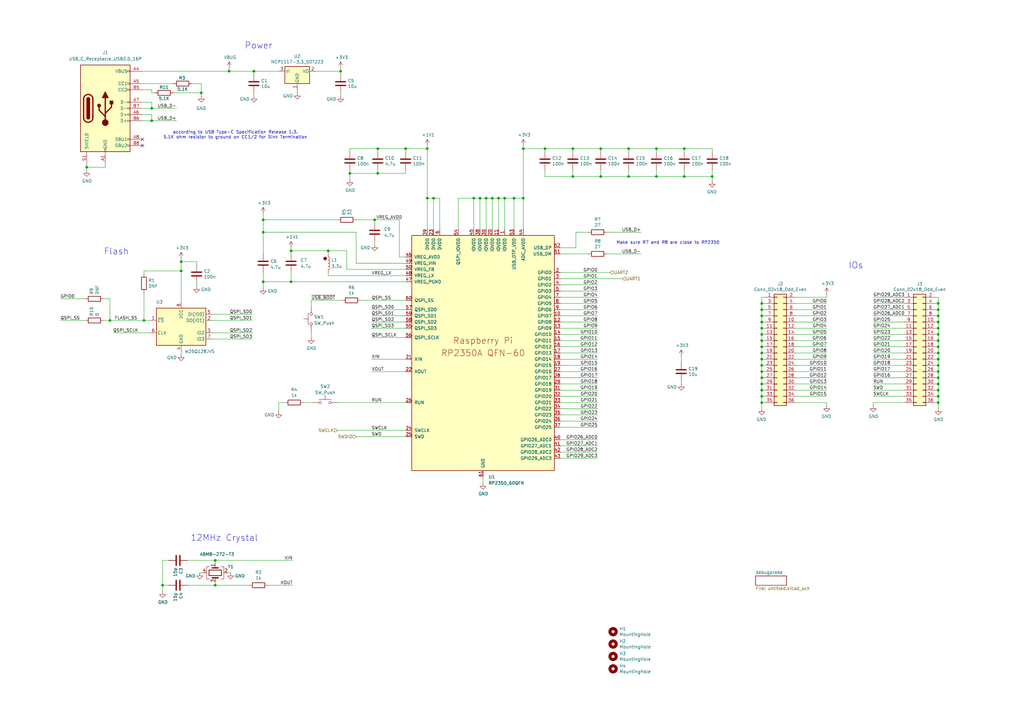
<source format=kicad_sch>
(kicad_sch (version 20231120) (generator "eeschema") (generator_version "8.0")
  (paper "A3")
  (title_block (title "RP2350A QFN-60 Minimal Design Example") (date "2024-07-01") (rev "REV3") (company "Raspberry Pi Ltd"))
  (junction (at 257.81 60.96))
  (junction (at 153.67 90.17))
  (junction (at 62.23 44.45))
  (junction (at 312.42 149.86))
  (junction (at 119.38 102.87))
  (junction (at 312.42 157.48))
  (junction (at 194.31 81.28))
  (junction (at 280.67 72.39))
  (junction (at 312.42 147.32))
  (junction (at 175.26 81.28))
  (junction (at 154.94 71.12))
  (junction (at 214.63 60.96))
  (junction (at 384.81 162.56))
  (junction (at 312.42 144.78))
  (junction (at 196.85 81.28))
  (junction (at 88.265 229.87))
  (junction (at 93.98 29.21))
  (junction (at 134.62 102.87))
  (junction (at 35.56 68.58))
  (junction (at 119.38 115.57))
  (junction (at 223.52 60.96))
  (junction (at 312.42 152.4))
  (junction (at 210.82 81.28))
  (junction (at 66.675 240.03))
  (junction (at 154.94 60.96))
  (junction (at 207.01 81.28))
  (junction (at 384.81 154.94))
  (junction (at 269.24 72.39))
  (junction (at 384.81 134.62))
  (junction (at 384.81 144.78))
  (junction (at 292.1 72.39))
  (junction (at 384.81 127))
  (junction (at 384.81 157.48))
  (junction (at 246.38 72.39))
  (junction (at 312.42 142.24))
  (junction (at 204.47 81.28))
  (junction (at 74.295 107.315))
  (junction (at 312.42 129.54))
  (junction (at 199.39 81.28))
  (junction (at 384.81 165.1))
  (junction (at 62.23 49.53))
  (junction (at 175.26 60.96))
  (junction (at 74.295 111.125))
  (junction (at 107.95 115.57))
  (junction (at 384.81 137.16))
  (junction (at 280.67 60.96))
  (junction (at 384.81 139.7))
  (junction (at 257.81 72.39))
  (junction (at 269.24 60.96))
  (junction (at 312.42 139.7))
  (junction (at 312.42 137.16))
  (junction (at 82.55 38.1))
  (junction (at 104.14 29.21))
  (junction (at 166.37 60.96))
  (junction (at 384.81 160.02))
  (junction (at 384.81 152.4))
  (junction (at 384.81 132.08))
  (junction (at 312.42 165.1))
  (junction (at 312.42 154.94))
  (junction (at 312.42 127))
  (junction (at 384.81 129.54))
  (junction (at 312.42 124.46))
  (junction (at 384.81 147.32))
  (junction (at 234.95 60.96))
  (junction (at 88.265 240.03))
  (junction (at 312.42 160.02))
  (junction (at 234.95 72.39))
  (junction (at 214.63 81.28))
  (junction (at 384.81 142.24))
  (junction (at 107.95 90.17))
  (junction (at 312.42 162.56))
  (junction (at 177.8 81.28))
  (junction (at 246.38 60.96))
  (junction (at 59.055 131.445))
  (junction (at 45.085 131.445))
  (junction (at 384.81 124.46))
  (junction (at 384.81 149.86))
  (junction (at 139.7 29.21))
  (junction (at 312.42 132.08))
  (junction (at 201.93 81.28))
  (junction (at 107.95 95.25))
  (junction (at 143.51 71.12))
  (junction (at 312.42 134.62))
  (no_connect (at 58.42 57.15))
  (no_connect (at 58.42 59.69))
  (wire (pts (xy 229.87 127) (xy 245.11 127)))
  (wire (pts (xy 153.67 100.33) (xy 153.67 99.06)))
  (wire (pts (xy 24.765 122.555) (xy 34.925 122.555)))
  (wire (pts (xy 146.05 95.25) (xy 146.05 107.95)))
  (wire (pts (xy 384.81 152.4) (xy 384.81 154.94)))
  (wire (pts (xy 229.87 185.42) (xy 245.11 185.42)))
  (wire (pts (xy 384.81 137.16) (xy 384.81 139.7)))
  (wire (pts (xy 339.09 144.78) (xy 326.39 144.78)))
  (wire (pts (xy 370.84 147.32) (xy 358.14 147.32)))
  (wire (pts (xy 312.42 160.02) (xy 312.42 162.56)))
  (wire (pts (xy 71.12 34.29) (xy 58.42 34.29)))
  (wire (pts (xy 154.94 60.96) (xy 166.37 60.96)))
  (wire (pts (xy 370.84 132.08) (xy 358.14 132.08)))
  (wire (pts (xy 229.87 129.54) (xy 245.11 129.54)))
  (wire (pts (xy 139.7 29.21) (xy 139.7 27.94)))
  (wire (pts (xy 370.84 157.48) (xy 358.14 157.48)))
  (wire (pts (xy 88.265 231.14) (xy 88.265 229.87)))
  (wire (pts (xy 62.23 41.91) (xy 62.23 44.45)))
  (wire (pts (xy 234.95 62.23) (xy 234.95 60.96)))
  (wire (pts (xy 234.95 69.85) (xy 234.95 72.39)))
  (wire (pts (xy 163.83 90.17) (xy 163.83 105.41)))
  (wire (pts (xy 339.09 149.86) (xy 326.39 149.86)))
  (wire (pts (xy 207.01 81.28) (xy 210.82 81.28)))
  (wire (pts (xy 154.94 62.23) (xy 154.94 60.96)))
  (wire (pts (xy 166.37 138.43) (xy 152.4 138.43)))
  (wire (pts (xy 154.94 71.12) (xy 166.37 71.12)))
  (wire (pts (xy 35.56 67.31) (xy 35.56 68.58)))
  (wire (pts (xy 229.87 167.64) (xy 245.11 167.64)))
  (wire (pts (xy 384.81 165.1) (xy 384.81 167.64)))
  (wire (pts (xy 229.87 111.76) (xy 250.19 111.76)))
  (wire (pts (xy 143.51 69.85) (xy 143.51 71.12)))
  (wire (pts (xy 93.98 27.94) (xy 93.98 29.21)))
  (wire (pts (xy 153.67 90.17) (xy 163.83 90.17)))
  (wire (pts (xy 384.81 154.94) (xy 384.81 157.48)))
  (wire (pts (xy 229.87 162.56) (xy 245.11 162.56)))
  (wire (pts (xy 339.09 154.94) (xy 326.39 154.94)))
  (wire (pts (xy 384.81 132.08) (xy 384.81 134.62)))
  (wire (pts (xy 312.42 165.1) (xy 312.42 167.64)))
  (wire (pts (xy 246.38 62.23) (xy 246.38 60.96)))
  (wire (pts (xy 127.635 123.19) (xy 127.635 125.73)))
  (wire (pts (xy 166.37 176.53) (xy 138.43 176.53)))
  (wire (pts (xy 370.84 144.78) (xy 358.14 144.78)))
  (wire (pts (xy 107.95 90.17) (xy 107.95 95.25)))
  (wire (pts (xy 223.52 62.23) (xy 223.52 60.96)))
  (wire (pts (xy 88.265 240.03) (xy 102.235 240.03)))
  (wire (pts (xy 384.81 129.54) (xy 384.81 132.08)))
  (wire (pts (xy 223.52 69.85) (xy 223.52 72.39)))
  (wire (pts (xy 107.95 95.25) (xy 146.05 95.25)))
  (wire (pts (xy 107.95 95.25) (xy 107.95 104.14)))
  (wire (pts (xy 313.69 157.48) (xy 312.42 157.48)))
  (wire (pts (xy 66.675 240.03) (xy 66.675 242.57)))
  (wire (pts (xy 62.23 44.45) (xy 72.39 44.45)))
  (wire (pts (xy 370.84 152.4) (xy 358.14 152.4)))
  (wire (pts (xy 312.42 162.56) (xy 312.42 165.1)))
  (wire (pts (xy 199.39 93.98) (xy 199.39 81.28)))
  (wire (pts (xy 312.42 139.7) (xy 312.42 142.24)))
  (wire (pts (xy 187.96 93.98) (xy 187.96 81.28)))
  (wire (pts (xy 46.355 136.525) (xy 61.595 136.525)))
  (wire (pts (xy 74.295 106.045) (xy 74.295 107.315)))
  (wire (pts (xy 66.675 229.87) (xy 66.675 240.03)))
  (wire (pts (xy 210.82 81.28) (xy 214.63 81.28)))
  (wire (pts (xy 257.81 60.96) (xy 269.24 60.96)))
  (wire (pts (xy 383.54 142.24) (xy 384.81 142.24)))
  (wire (pts (xy 69.215 229.87) (xy 66.675 229.87)))
  (wire (pts (xy 62.23 46.99) (xy 62.23 49.53)))
  (wire (pts (xy 153.67 90.17) (xy 153.67 91.44)))
  (wire (pts (xy 269.24 72.39) (xy 257.81 72.39)))
  (wire (pts (xy 339.09 157.48) (xy 326.39 157.48)))
  (wire (pts (xy 229.87 175.26) (xy 245.11 175.26)))
  (wire (pts (xy 42.545 122.555) (xy 45.085 122.555)))
  (wire (pts (xy 201.93 81.28) (xy 204.47 81.28)))
  (wire (pts (xy 234.95 72.39) (xy 223.52 72.39)))
  (wire (pts (xy 269.24 69.85) (xy 269.24 72.39)))
  (wire (pts (xy 175.26 60.96) (xy 175.26 81.28)))
  (wire (pts (xy 196.85 81.28) (xy 199.39 81.28)))
  (wire (pts (xy 384.81 144.78) (xy 384.81 147.32)))
  (wire (pts (xy 383.54 157.48) (xy 384.81 157.48)))
  (wire (pts (xy 82.55 38.1) (xy 82.55 39.37)))
  (wire (pts (xy 229.87 139.7) (xy 245.11 139.7)))
  (wire (pts (xy 201.93 93.98) (xy 201.93 81.28)))
  (wire (pts (xy 59.055 111.125) (xy 74.295 111.125)))
  (wire (pts (xy 146.05 107.95) (xy 166.37 107.95)))
  (wire (pts (xy 383.54 165.1) (xy 384.81 165.1)))
  (wire (pts (xy 383.54 139.7) (xy 384.81 139.7)))
  (wire (pts (xy 199.39 81.28) (xy 201.93 81.28)))
  (wire (pts (xy 104.14 30.48) (xy 104.14 29.21)))
  (wire (pts (xy 383.54 134.62) (xy 384.81 134.62)))
  (wire (pts (xy 107.95 87.63) (xy 107.95 90.17)))
  (wire (pts (xy 313.69 149.86) (xy 312.42 149.86)))
  (wire (pts (xy 384.81 127) (xy 384.81 129.54)))
  (wire (pts (xy 107.95 115.57) (xy 119.38 115.57)))
  (wire (pts (xy 229.87 132.08) (xy 245.11 132.08)))
  (wire (pts (xy 116.84 165.1) (xy 114.3 165.1)))
  (wire (pts (xy 43.18 68.58) (xy 43.18 67.31)))
  (wire (pts (xy 234.95 60.96) (xy 246.38 60.96)))
  (wire (pts (xy 59.055 112.395) (xy 59.055 111.125)))
  (wire (pts (xy 119.38 104.14) (xy 119.38 102.87)))
  (wire (pts (xy 339.09 166.37) (xy 339.09 165.1)))
  (wire (pts (xy 229.87 114.3) (xy 255.27 114.3)))
  (wire (pts (xy 86.995 139.065) (xy 103.505 139.065)))
  (wire (pts (xy 166.37 123.19) (xy 147.955 123.19)))
  (wire (pts (xy 143.51 62.23) (xy 143.51 60.96)))
  (wire (pts (xy 312.42 127) (xy 312.42 129.54)))
  (wire (pts (xy 107.95 111.76) (xy 107.95 115.57)))
  (wire (pts (xy 383.54 129.54) (xy 384.81 129.54)))
  (wire (pts (xy 370.84 160.02) (xy 358.14 160.02)))
  (wire (pts (xy 339.09 147.32) (xy 326.39 147.32)))
  (wire (pts (xy 62.23 49.53) (xy 58.42 49.53)))
  (wire (pts (xy 370.84 142.24) (xy 358.14 142.24)))
  (wire (pts (xy 384.81 142.24) (xy 384.81 144.78)))
  (wire (pts (xy 58.42 29.21) (xy 93.98 29.21)))
  (wire (pts (xy 166.37 110.49) (xy 142.24 110.49)))
  (wire (pts (xy 59.055 120.015) (xy 59.055 131.445)))
  (wire (pts (xy 74.295 144.145) (xy 74.295 145.415)))
  (wire (pts (xy 384.81 121.92) (xy 384.81 124.46)))
  (wire (pts (xy 383.54 160.02) (xy 384.81 160.02)))
  (wire (pts (xy 229.87 172.72) (xy 245.11 172.72)))
  (wire (pts (xy 140.335 123.19) (xy 127.635 123.19)))
  (wire (pts (xy 384.81 157.48) (xy 384.81 160.02)))
  (wire (pts (xy 370.84 127) (xy 358.14 127)))
  (wire (pts (xy 229.87 187.96) (xy 245.11 187.96)))
  (wire (pts (xy 248.92 104.14) (xy 262.89 104.14)))
  (wire (pts (xy 384.81 149.86) (xy 384.81 152.4)))
  (wire (pts (xy 175.26 81.28) (xy 175.26 93.98)))
  (wire (pts (xy 370.84 149.86) (xy 358.14 149.86)))
  (wire (pts (xy 370.84 124.46) (xy 358.14 124.46)))
  (wire (pts (xy 78.74 34.29) (xy 82.55 34.29)))
  (wire (pts (xy 59.055 131.445) (xy 61.595 131.445)))
  (wire (pts (xy 383.54 121.92) (xy 384.81 121.92)))
  (wire (pts (xy 214.63 81.28) (xy 214.63 93.98)))
  (wire (pts (xy 119.38 101.6) (xy 119.38 102.87)))
  (wire (pts (xy 109.855 240.03) (xy 120.015 240.03)))
  (wire (pts (xy 76.835 240.03) (xy 88.265 240.03)))
  (wire (pts (xy 119.38 115.57) (xy 166.37 115.57)))
  (wire (pts (xy 339.09 137.16) (xy 326.39 137.16)))
  (wire (pts (xy 107.95 115.57) (xy 107.95 118.11)))
  (wire (pts (xy 93.98 29.21) (xy 104.14 29.21)))
  (wire (pts (xy 313.69 139.7) (xy 312.42 139.7)))
  (wire (pts (xy 69.215 240.03) (xy 66.675 240.03)))
  (wire (pts (xy 383.54 162.56) (xy 384.81 162.56)))
  (wire (pts (xy 107.95 90.17) (xy 138.43 90.17)))
  (wire (pts (xy 383.54 152.4) (xy 384.81 152.4)))
  (wire (pts (xy 58.42 46.99) (xy 62.23 46.99)))
  (wire (pts (xy 74.295 111.125) (xy 74.295 123.825)))
  (wire (pts (xy 143.51 71.12) (xy 143.51 73.66)))
  (wire (pts (xy 204.47 81.28) (xy 207.01 81.28)))
  (wire (pts (xy 24.765 131.445) (xy 34.925 131.445)))
  (wire (pts (xy 339.09 160.02) (xy 326.39 160.02)))
  (wire (pts (xy 129.54 29.21) (xy 139.7 29.21)))
  (wire (pts (xy 313.69 121.92) (xy 312.42 121.92)))
  (wire (pts (xy 313.69 160.02) (xy 312.42 160.02)))
  (wire (pts (xy 229.87 170.18) (xy 245.11 170.18)))
  (wire (pts (xy 154.94 69.85) (xy 154.94 71.12)))
  (wire (pts (xy 269.24 60.96) (xy 280.67 60.96)))
  (wire (pts (xy 383.54 124.46) (xy 384.81 124.46)))
  (wire (pts (xy 383.54 144.78) (xy 384.81 144.78)))
  (wire (pts (xy 339.09 121.92) (xy 339.09 120.65)))
  (wire (pts (xy 384.81 160.02) (xy 384.81 162.56)))
  (wire (pts (xy 358.14 165.1) (xy 370.84 165.1)))
  (wire (pts (xy 74.295 107.315) (xy 74.295 111.125)))
  (wire (pts (xy 292.1 69.85) (xy 292.1 72.39)))
  (wire (pts (xy 82.55 34.29) (xy 82.55 38.1)))
  (wire (pts (xy 42.545 131.445) (xy 45.085 131.445)))
  (wire (pts (xy 86.995 136.525) (xy 103.505 136.525)))
  (wire (pts (xy 152.4 147.32) (xy 166.37 147.32)))
  (wire (pts (xy 198.12 195.58) (xy 198.12 198.12)))
  (wire (pts (xy 152.4 132.08) (xy 166.37 132.08)))
  (wire (pts (xy 81.915 234.95) (xy 83.185 234.95)))
  (wire (pts (xy 384.81 139.7) (xy 384.81 142.24)))
  (wire (pts (xy 104.14 38.1) (xy 104.14 39.37)))
  (wire (pts (xy 180.34 81.28) (xy 180.34 93.98)))
  (wire (pts (xy 194.31 93.98) (xy 194.31 81.28)))
  (wire (pts (xy 229.87 182.88) (xy 245.11 182.88)))
  (wire (pts (xy 229.87 116.84) (xy 245.11 116.84)))
  (wire (pts (xy 143.51 60.96) (xy 154.94 60.96)))
  (wire (pts (xy 142.24 110.49) (xy 142.24 102.87)))
  (wire (pts (xy 370.84 121.92) (xy 358.14 121.92)))
  (wire (pts (xy 383.54 154.94) (xy 384.81 154.94)))
  (wire (pts (xy 339.09 165.1) (xy 326.39 165.1)))
  (wire (pts (xy 80.645 107.315) (xy 74.295 107.315)))
  (wire (pts (xy 312.42 124.46) (xy 312.42 127)))
  (wire (pts (xy 229.87 137.16) (xy 245.11 137.16)))
  (wire (pts (xy 280.67 62.23) (xy 280.67 60.96)))
  (wire (pts (xy 152.4 127) (xy 166.37 127)))
  (wire (pts (xy 312.42 134.62) (xy 312.42 137.16)))
  (wire (pts (xy 236.22 95.25) (xy 236.22 101.6)))
  (wire (pts (xy 229.87 144.78) (xy 245.11 144.78)))
  (wire (pts (xy 383.54 137.16) (xy 384.81 137.16)))
  (wire (pts (xy 257.81 69.85) (xy 257.81 72.39)))
  (wire (pts (xy 214.63 59.69) (xy 214.63 60.96)))
  (wire (pts (xy 257.81 62.23) (xy 257.81 60.96)))
  (wire (pts (xy 229.87 154.94) (xy 245.11 154.94)))
  (wire (pts (xy 312.42 142.24) (xy 312.42 144.78)))
  (wire (pts (xy 146.05 90.17) (xy 153.67 90.17)))
  (wire (pts (xy 152.4 129.54) (xy 166.37 129.54)))
  (wire (pts (xy 313.69 147.32) (xy 312.42 147.32)))
  (wire (pts (xy 152.4 134.62) (xy 166.37 134.62)))
  (wire (pts (xy 146.05 179.07) (xy 166.37 179.07)))
  (wire (pts (xy 269.24 62.23) (xy 269.24 60.96)))
  (wire (pts (xy 71.12 38.1) (xy 82.55 38.1)))
  (wire (pts (xy 313.69 152.4) (xy 312.42 152.4)))
  (wire (pts (xy 229.87 134.62) (xy 245.11 134.62)))
  (wire (pts (xy 124.46 165.1) (xy 128.27 165.1)))
  (wire (pts (xy 127.635 135.89) (xy 127.635 138.43)))
  (wire (pts (xy 280.67 72.39) (xy 269.24 72.39)))
  (wire (pts (xy 80.645 108.585) (xy 80.645 107.315)))
  (wire (pts (xy 312.42 121.92) (xy 312.42 124.46)))
  (wire (pts (xy 279.4 146.05) (xy 279.4 148.59)))
  (wire (pts (xy 383.54 132.08) (xy 384.81 132.08)))
  (wire (pts (xy 166.37 60.96) (xy 175.26 60.96)))
  (wire (pts (xy 58.42 44.45) (xy 62.23 44.45)))
  (wire (pts (xy 229.87 160.02) (xy 245.11 160.02)))
  (wire (pts (xy 370.84 134.62) (xy 358.14 134.62)))
  (wire (pts (xy 246.38 60.96) (xy 257.81 60.96)))
  (wire (pts (xy 257.81 72.39) (xy 246.38 72.39)))
  (wire (pts (xy 214.63 60.96) (xy 223.52 60.96)))
  (wire (pts (xy 134.62 113.03) (xy 166.37 113.03)))
  (wire (pts (xy 119.38 111.76) (xy 119.38 115.57)))
  (wire (pts (xy 229.87 149.86) (xy 245.11 149.86)))
  (wire (pts (xy 62.23 38.1) (xy 62.23 36.83)))
  (wire (pts (xy 119.38 102.87) (xy 134.62 102.87)))
  (wire (pts (xy 35.56 68.58) (xy 43.18 68.58)))
  (wire (pts (xy 246.38 69.85) (xy 246.38 72.39)))
  (wire (pts (xy 58.42 41.91) (xy 62.23 41.91)))
  (wire (pts (xy 384.81 134.62) (xy 384.81 137.16)))
  (wire (pts (xy 236.22 95.25) (xy 241.3 95.25)))
  (wire (pts (xy 313.69 132.08) (xy 312.42 132.08)))
  (wire (pts (xy 312.42 129.54) (xy 312.42 132.08)))
  (wire (pts (xy 177.8 81.28) (xy 180.34 81.28)))
  (wire (pts (xy 339.09 162.56) (xy 326.39 162.56)))
  (wire (pts (xy 93.345 234.95) (xy 94.615 234.95)))
  (wire (pts (xy 196.85 93.98) (xy 196.85 81.28)))
  (wire (pts (xy 384.81 162.56) (xy 384.81 165.1)))
  (wire (pts (xy 229.87 165.1) (xy 245.11 165.1)))
  (wire (pts (xy 313.69 124.46) (xy 312.42 124.46)))
  (wire (pts (xy 313.69 142.24) (xy 312.42 142.24)))
  (wire (pts (xy 312.42 147.32) (xy 312.42 149.86)))
  (wire (pts (xy 248.92 95.25) (xy 262.89 95.25)))
  (wire (pts (xy 339.09 142.24) (xy 326.39 142.24)))
  (wire (pts (xy 339.09 134.62) (xy 326.39 134.62)))
  (wire (pts (xy 358.14 166.37) (xy 358.14 165.1)))
  (wire (pts (xy 210.82 93.98) (xy 210.82 81.28)))
  (wire (pts (xy 339.09 124.46) (xy 326.39 124.46)))
  (wire (pts (xy 313.69 162.56) (xy 312.42 162.56)))
  (wire (pts (xy 175.26 59.69) (xy 175.26 60.96)))
  (wire (pts (xy 229.87 119.38) (xy 245.11 119.38)))
  (wire (pts (xy 280.67 72.39) (xy 292.1 72.39)))
  (wire (pts (xy 292.1 72.39) (xy 292.1 74.295)))
  (wire (pts (xy 370.84 139.7) (xy 358.14 139.7)))
  (wire (pts (xy 134.62 113.03) (xy 134.62 111.76)))
  (wire (pts (xy 370.84 154.94) (xy 358.14 154.94)))
  (wire (pts (xy 229.87 157.48) (xy 245.11 157.48)))
  (wire (pts (xy 383.54 149.86) (xy 384.81 149.86)))
  (wire (pts (xy 313.69 129.54) (xy 312.42 129.54)))
  (wire (pts (xy 45.085 122.555) (xy 45.085 131.445)))
  (wire (pts (xy 339.09 129.54) (xy 326.39 129.54)))
  (wire (pts (xy 229.87 180.34) (xy 245.11 180.34)))
  (wire (pts (xy 63.5 38.1) (xy 62.23 38.1)))
  (wire (pts (xy 280.67 60.96) (xy 292.1 60.96)))
  (wire (pts (xy 313.69 134.62) (xy 312.42 134.62)))
  (wire (pts (xy 194.31 81.28) (xy 196.85 81.28)))
  (wire (pts (xy 312.42 152.4) (xy 312.42 154.94)))
  (wire (pts (xy 204.47 93.98) (xy 204.47 81.28)))
  (wire (pts (xy 339.09 152.4) (xy 326.39 152.4)))
  (wire (pts (xy 383.54 127) (xy 384.81 127)))
  (wire (pts (xy 229.87 152.4) (xy 245.11 152.4)))
  (wire (pts (xy 62.23 36.83) (xy 58.42 36.83)))
  (wire (pts (xy 134.62 102.87) (xy 134.62 104.14)))
  (wire (pts (xy 121.92 36.83) (xy 121.92 38.1)))
  (wire (pts (xy 312.42 144.78) (xy 312.42 147.32)))
  (wire (pts (xy 339.09 127) (xy 326.39 127)))
  (wire (pts (xy 229.87 147.32) (xy 245.11 147.32)))
  (wire (pts (xy 45.085 131.445) (xy 59.055 131.445)))
  (wire (pts (xy 166.37 62.23) (xy 166.37 60.96)))
  (wire (pts (xy 229.87 101.6) (xy 236.22 101.6)))
  (wire (pts (xy 313.69 137.16) (xy 312.42 137.16)))
  (wire (pts (xy 139.7 30.48) (xy 139.7 29.21)))
  (wire (pts (xy 246.38 72.39) (xy 234.95 72.39)))
  (wire (pts (xy 143.51 71.12) (xy 154.94 71.12)))
  (wire (pts (xy 339.09 121.92) (xy 326.39 121.92)))
  (wire (pts (xy 187.96 81.28) (xy 194.31 81.28)))
  (wire (pts (xy 370.84 129.54) (xy 358.14 129.54)))
  (wire (pts (xy 384.81 124.46) (xy 384.81 127)))
  (wire (pts (xy 177.8 81.28) (xy 175.26 81.28)))
  (wire (pts (xy 114.3 29.21) (xy 104.14 29.21)))
  (wire (pts (xy 207.01 81.28) (xy 207.01 93.98)))
  (wire (pts (xy 88.265 229.87) (xy 120.015 229.87)))
  (wire (pts (xy 35.56 68.58) (xy 35.56 69.85)))
  (wire (pts (xy 313.69 154.94) (xy 312.42 154.94)))
  (wire (pts (xy 139.7 38.1) (xy 139.7 39.37)))
  (wire (pts (xy 312.42 149.86) (xy 312.42 152.4)))
  (wire (pts (xy 229.87 104.14) (xy 241.3 104.14)))
  (wire (pts (xy 142.24 102.87) (xy 134.62 102.87)))
  (wire (pts (xy 114.3 165.1) (xy 114.3 168.91)))
  (wire (pts (xy 88.265 238.76) (xy 88.265 240.03)))
  (wire (pts (xy 229.87 124.46) (xy 245.11 124.46)))
  (wire (pts (xy 229.87 142.24) (xy 245.11 142.24)))
  (wire (pts (xy 312.42 132.08) (xy 312.42 134.62)))
  (wire (pts (xy 339.09 139.7) (xy 326.39 139.7)))
  (wire (pts (xy 214.63 60.96) (xy 214.63 81.28)))
  (wire (pts (xy 313.69 127) (xy 312.42 127)))
  (wire (pts (xy 229.87 121.92) (xy 245.11 121.92)))
  (wire (pts (xy 163.83 105.41) (xy 166.37 105.41)))
  (wire (pts (xy 384.81 147.32) (xy 384.81 149.86)))
  (wire (pts (xy 279.4 156.21) (xy 279.4 157.48)))
  (wire (pts (xy 86.995 128.905) (xy 103.505 128.905)))
  (wire (pts (xy 339.09 132.08) (xy 326.39 132.08)))
  (wire (pts (xy 312.42 154.94) (xy 312.42 157.48)))
  (wire (pts (xy 223.52 60.96) (xy 234.95 60.96)))
  (wire (pts (xy 166.37 152.4) (xy 152.4 152.4)))
  (wire (pts (xy 62.23 49.53) (xy 72.39 49.53)))
  (wire (pts (xy 313.69 165.1) (xy 312.42 165.1)))
  (wire (pts (xy 313.69 144.78) (xy 312.42 144.78)))
  (wire (pts (xy 292.1 62.23) (xy 292.1 60.96)))
  (wire (pts (xy 312.42 157.48) (xy 312.42 160.02)))
  (wire (pts (xy 370.84 137.16) (xy 358.14 137.16)))
  (wire (pts (xy 383.54 147.32) (xy 384.81 147.32)))
  (wire (pts (xy 370.84 162.56) (xy 358.14 162.56)))
  (wire (pts (xy 76.835 229.87) (xy 88.265 229.87)))
  (wire (pts (xy 86.995 131.445) (xy 103.505 131.445)))
  (wire (pts (xy 166.37 71.12) (xy 166.37 69.85)))
  (wire (pts (xy 177.8 93.98) (xy 177.8 81.28)))
  (wire (pts (xy 138.43 165.1) (xy 166.37 165.1)))
  (wire (pts (xy 280.67 69.85) (xy 280.67 72.39)))
  (wire (pts (xy 80.645 116.205) (xy 80.645 117.475)))
  (wire (pts (xy 312.42 137.16) (xy 312.42 139.7)))
  (circle (center 133.35 106.045) (radius 0.635) (stroke (width 0) (color 132 0 0 1)) (fill (type color) (color 132 0 0 1)))
  (text "according to USB Type-C Specification Release 1.3.\n5.1K ohm resistor to ground on CC1/2 for Sink Termination" (at 96.52 55.372 0) (effects (font (size 1.27 1.27))))
  (text "IOs" (at 347.98 110.49 0) (effects (font (size 2.54 2.54)) (justify left bottom)))
  (text "Flash" (at 42.545 104.775 0) (effects (font (size 2.54 2.54)) (justify left bottom)))
  (text "Make sure R7 and R8 are close to RP2350\n" (at 252.73 100.33 0) (effects (font (size 1.27 1.27)) (justify left bottom)))
  (text "12MHz Crystal" (at 78.105 222.25 0) (effects (font (size 2.54 2.54)) (justify left bottom)))
  (text "Power" (at 100.33 20.32 0) (effects (font (size 2.54 2.54)) (justify left bottom)))
  (label "XIN" (at 152.4 147.32 0))
  (label "GPIO26_ADC0" (at 358.14 129.54 0))
  (label "USB_D+" (at 262.89 95.25 180))
  (label "GPIO26_ADC0" (at 245.11 180.34 180))
  (label "QSPI_SS" (at 24.765 131.445 0))
  (label "GPIO25" (at 358.14 132.08 0))
  (label "RUN" (at 358.14 157.48 0))
  (label "GPIO11" (at 339.09 152.4 180))
  (label "XOUT" (at 152.4 152.4 0))
  (label "GPIO2" (at 245.11 116.84 180))
  (label "GPIO1" (at 245.11 114.3 180))
  (label "GPIO3" (at 339.09 132.08 180))
  (label "GPIO15" (at 339.09 162.56 180))
  (label "GPIO21" (at 358.14 142.24 0))
  (label "GPIO20" (at 358.14 144.78 0))
  (label "GPIO8" (at 339.09 144.78 180))
  (label "SWCLK" (at 358.14 162.56 0))
  (label "GPIO0" (at 24.765 122.555 0))
  (label "GPIO17" (at 358.14 152.4 0))
  (label "GPIO1" (at 339.09 127 180))
  (label "GPIO28_ADC2" (at 358.14 124.46 0))
  (label "GPIO18" (at 358.14 149.86 0))
  (label "QSPI_SD2" (at 103.505 136.525 180))
  (label "FLASH_SS" (at 46.99 131.445 0))
  (label "GPIO27_ADC1" (at 358.14 127 0))
  (label "GPIO0" (at 245.11 111.76 180))
  (label "GPIO14" (at 245.11 147.32 180))
  (label "RUN" (at 152.4 165.1 0))
  (label "QSPI_SD0" (at 152.4 127 0))
  (label "QSPI_SD0" (at 103.505 128.905 180))
  (label "GPIO16" (at 358.14 154.94 0))
  (label "QSPI_SS" (at 152.4 123.19 0))
  (label "SWCLK" (at 152.4 176.53 0))
  (label "GPIO22" (at 358.14 139.7 0))
  (label "GPIO25" (at 245.11 175.26 180))
  (label "SWD" (at 358.14 160.02 0))
  (label "GPIO12" (at 339.09 154.94 180))
  (label "GPIO10" (at 339.09 149.86 180))
  (label "GPIO19" (at 358.14 147.32 0))
  (label "QSPI_SD3" (at 103.505 139.065 180))
  (label "GPIO24" (at 245.11 172.72 180))
  (label "GPIO4" (at 245.11 121.92 180))
  (label "GPIO7" (at 339.09 142.24 180))
  (label "XOUT" (at 120.015 240.03 180))
  (label "GPIO5" (at 245.11 124.46 180))
  (label "QSPI_SD2" (at 152.4 132.08 0))
  (label "GPIO19" (at 245.11 160.02 180))
  (label "USB_D+" (at 72.39 49.53 180))
  (label "USB_D-" (at 262.89 104.14 180))
  (label "GPIO8" (at 245.11 132.08 180))
  (label "GPIO6" (at 339.09 139.7 180))
  (label "~{USB_BOOT}" (at 127.635 123.19 0))
  (label "XIN" (at 120.015 229.87 180))
  (label "GPIO10" (at 245.11 137.16 180))
  (label "VREG_AVDD" (at 154.305 90.17 0))
  (label "GPIO18" (at 245.11 157.48 180))
  (label "GPIO9" (at 245.11 134.62 180))
  (label "GPIO20" (at 245.11 162.56 180))
  (label "USB_D-" (at 72.39 44.45 180))
  (label "GPIO12" (at 245.11 142.24 180))
  (label "GPIO22" (at 245.11 167.64 180))
  (label "GPIO0" (at 339.09 124.46 180))
  (label "QSPI_SD1" (at 152.4 129.54 0))
  (label "GPIO24" (at 358.14 134.62 0))
  (label "GPIO4" (at 339.09 134.62 180))
  (label "QSPI_SCLK" (at 152.4 138.43 0))
  (label "QSPI_SCLK" (at 46.355 136.525 0))
  (label "GPIO13" (at 245.11 144.78 180))
  (label "GPIO13" (at 339.09 157.48 180))
  (label "GPIO17" (at 245.11 154.94 180))
  (label "GPIO29_ADC3" (at 245.11 187.96 180))
  (label "GPIO2" (at 339.09 129.54 180))
  (label "GPIO28_ADC2" (at 245.11 185.42 180))
  (label "GPIO14" (at 339.09 160.02 180))
  (label "GPIO27_ADC1" (at 245.11 182.88 180))
  (label "GPIO3" (at 245.11 119.38 180))
  (label "GPIO11" (at 245.11 139.7 180))
  (label "GPIO29_ADC3" (at 358.14 121.92 0))
  (label "QSPI_SD1" (at 103.505 131.445 180))
  (label "VREG_LX" (at 152.4 113.03 0))
  (label "SWD" (at 152.4 179.07 0))
  (label "GPIO7" (at 245.11 129.54 180))
  (label "GPIO9" (at 339.09 147.32 180))
  (label "GPIO23" (at 358.14 137.16 0))
  (label "GPIO6" (at 245.11 127 180))
  (label "GPIO5" (at 339.09 137.16 180))
  (label "GPIO15" (at 245.11 149.86 180))
  (label "GPIO21" (at 245.11 165.1 180))
  (label "GPIO16" (at 245.11 152.4 180))
  (label "QSPI_SD3" (at 152.4 134.62 0))
  (label "GPIO23" (at 245.11 170.18 180))
  (hierarchical_label "SWDIO" (shape input) (at 146.05 179.07 180))
  (hierarchical_label "UART1" (shape input) (at 255.27 114.3 0))
  (hierarchical_label "SWCLK" (shape input) (at 138.43 176.53 180))
  (hierarchical_label "UART2" (shape input) (at 250.19 111.76 0))
  (symbol (lib_id "Memory_Flash:W25Q128JVS") (at 74.295 133.985 0) (unit 1)
    (property "Reference" "U3" (at 65.405 123.825 0))
    (property "Value" "W25Q128JVS" (at 81.915 144.145 0))
    (property "Footprint" "Package_SO:SOIC-8_5.23x5.23mm_P1.27mm" (effects (hide yes)))
    (property "Datasheet" "http://www.winbond.com/resource-files/w25q128jv_dtr%20revc%2003272018%20plus.pdf" (effects (hide yes)))
  )
  (symbol (lib_id "power:+3V3") (at 74.295 106.045 0) (unit 1)
    (property "Reference" "#PWR04" (effects (hide yes)))
    (property "Value" "+3V3" (at 74.676 101.6508 0))
  )
  (symbol (lib_id "power:GND") (at 74.295 145.415 0) (unit 1)
    (property "Reference" "#PWR05" (effects (hide yes)))
    (property "Value" "GND" (at 70.485 146.685 0))
  )
  (symbol (lib_id "Device:R") (at 59.055 116.205 0) (unit 1)
    (property "Reference" "R1" (at 60.833 115.0366 0) (effects (justify left)))
    (property "Value" "DNF" (at 60.833 117.348 0) (effects (justify left)))
    (property "Footprint" "Resistor_SMD:R_0402_1005Metric" (effects (hide yes)))
  )
  (symbol (lib_id "Device:C") (at 80.645 112.395 0) (unit 1)
    (property "Reference" "C2" (at 83.566 111.2266 0) (effects (justify left)))
    (property "Value" "100n" (at 83.566 113.538 0) (effects (justify left)))
    (property "Footprint" "Capacitor_SMD:C_0402_1005Metric" (effects (hide yes)))
  )
  (symbol (lib_id "power:GND") (at 80.645 117.475 0) (unit 1)
    (property "Reference" "#PWR06" (effects (hide yes)))
    (property "Value" "GND" (at 84.455 118.745 0))
  )
  (symbol (lib_id "power:GND") (at 198.12 198.12 0) (unit 1)
    (property "Reference" "#PWR021" (effects (hide yes)))
    (property "Value" "GND" (at 198.247 202.5142 0))
  )
  (symbol (lib_id "Device:R") (at 245.11 95.25 270) (unit 1)
    (property "Reference" "R7" (at 245.11 89.9922 90))
    (property "Value" "27" (at 245.11 92.3036 90))
    (property "Footprint" "Resistor_SMD:R_0402_1005Metric" (effects (hide yes)))
  )
  (symbol (lib_id "Device:R") (at 245.11 104.14 270) (unit 1)
    (property "Reference" "R8" (at 245.11 98.8822 90))
    (property "Value" "27" (at 245.11 101.1936 90))
    (property "Footprint" "Resistor_SMD:R_0402_1005Metric" (effects (hide yes)))
  )
  (symbol (lib_id "power:GND") (at 35.56 69.85 0) (unit 1)
    (property "Reference" "#PWR01" (effects (hide yes)))
    (property "Value" "GND" (at 35.687 74.2442 0))
  )
  (symbol (lib_id "power:GND") (at 339.09 166.37 0) (mirror y) (unit 1)
    (property "Reference" "#PWR026" (effects (hide yes)))
    (property "Value" "GND" (at 338.963 170.7642 0))
  )
  (symbol (lib_id "power:GND") (at 358.14 166.37 0) (unit 1)
    (property "Reference" "#PWR029" (effects (hide yes)))
    (property "Value" "GND" (at 358.267 170.7642 0))
  )
  (symbol (lib_id "power:+3V3") (at 214.63 59.69 0) (unit 1)
    (property "Reference" "#PWR022" (effects (hide yes)))
    (property "Value" "+3V3" (at 215.011 55.2958 0))
  )
  (symbol (lib_id "Device:C") (at 223.52 66.04 0) (unit 1)
    (property "Reference" "C12" (at 226.441 64.8716 0) (effects (justify left)))
    (property "Value" "100n" (at 226.441 67.183 0) (effects (justify left)))
    (property "Footprint" "Capacitor_SMD:C_0402_1005Metric" (effects (hide yes)))
  )
  (symbol (lib_id "Device:C") (at 234.95 66.04 0) (unit 1)
    (property "Reference" "C13" (at 237.871 64.8716 0) (effects (justify left)))
    (property "Value" "100n" (at 237.871 67.183 0) (effects (justify left)))
    (property "Footprint" "Capacitor_SMD:C_0402_1005Metric" (effects (hide yes)))
  )
  (symbol (lib_id "Device:C") (at 246.38 66.04 0) (unit 1)
    (property "Reference" "C14" (at 249.301 64.8716 0) (effects (justify left)))
    (property "Value" "100n" (at 249.301 67.183 0) (effects (justify left)))
    (property "Footprint" "Capacitor_SMD:C_0402_1005Metric" (effects (hide yes)))
  )
  (symbol (lib_id "Device:C") (at 257.81 66.04 0) (unit 1)
    (property "Reference" "C15" (at 260.731 64.8716 0) (effects (justify left)))
    (property "Value" "100n" (at 260.731 67.183 0) (effects (justify left)))
    (property "Footprint" "Capacitor_SMD:C_0402_1005Metric" (effects (hide yes)))
  )
  (symbol (lib_id "Device:C") (at 269.24 66.04 0) (unit 1)
    (property "Reference" "C16" (at 272.161 64.8716 0) (effects (justify left)))
    (property "Value" "100n" (at 272.161 67.183 0) (effects (justify left)))
    (property "Footprint" "Capacitor_SMD:C_0402_1005Metric" (effects (hide yes)))
  )
  (symbol (lib_id "Device:C") (at 280.67 66.04 0) (unit 1)
    (property "Reference" "C17" (at 283.591 64.8716 0) (effects (justify left)))
    (property "Value" "100n" (at 283.591 67.183 0) (effects (justify left)))
    (property "Footprint" "Capacitor_SMD:C_0402_1005Metric" (effects (hide yes)))
  )
  (symbol (lib_id "Mechanical:MountingHole") (at 251.46 259.08 0) (unit 1)
    (property "Reference" "H1" (at 254 257.9116 0) (effects (justify left)))
    (property "Value" "MountingHole" (at 254 260.223 0) (effects (justify left)))
    (property "Footprint" "MountingHole:MountingHole_2.7mm_M2.5" (effects (hide yes)))
  )
  (symbol (lib_id "Mechanical:MountingHole") (at 251.46 264.16 0) (unit 1)
    (property "Reference" "H2" (at 254 262.9916 0) (effects (justify left)))
    (property "Value" "MountingHole" (at 254 265.303 0) (effects (justify left)))
    (property "Footprint" "MountingHole:MountingHole_2.7mm_M2.5" (effects (hide yes)))
  )
  (symbol (lib_id "Mechanical:MountingHole") (at 251.46 269.24 0) (unit 1)
    (property "Reference" "H3" (at 254 268.0716 0) (effects (justify left)))
    (property "Value" "MountingHole" (at 254 270.383 0) (effects (justify left)))
    (property "Footprint" "MountingHole:MountingHole_2.7mm_M2.5" (effects (hide yes)))
  )
  (symbol (lib_id "Mechanical:MountingHole") (at 251.46 274.32 0) (unit 1)
    (property "Reference" "H4" (at 254 273.1516 0) (effects (justify left)))
    (property "Value" "MountingHole" (at 254 275.463 0) (effects (justify left)))
    (property "Footprint" "MountingHole:MountingHole_2.7mm_M2.5" (effects (hide yes)))
  )
  (symbol (lib_id "Regulator_Linear:NCP1117-3.3_SOT223") (at 121.92 29.21 0) (unit 1)
    (property "Reference" "U2" (at 121.92 23.0632 0))
    (property "Value" "NCP1117-3.3_SOT223" (at 121.92 25.3746 0))
    (property "Footprint" "Package_TO_SOT_SMD:SOT-223-3_TabPin2" (effects (hide yes)))
    (property "Datasheet" "http://www.onsemi.com/pub_link/Collateral/NCP1117-D.PDF" (effects (hide yes)))
  )
  (symbol (lib_id "power:VBUS") (at 93.98 27.94 0) (unit 1)
    (property "Reference" "#PWR02" (effects (hide yes)))
    (property "Value" "VBUS" (at 94.361 23.5458 0))
  )
  (symbol (lib_id "power:GND") (at 121.92 38.1 0) (unit 1)
    (property "Reference" "#PWR08" (effects (hide yes)))
    (property "Value" "GND" (at 118.11 39.37 0))
  )
  (symbol (lib_id "power:+3V3") (at 139.7 27.94 0) (unit 1)
    (property "Reference" "#PWR010" (effects (hide yes)))
    (property "Value" "+3V3" (at 140.081 23.5458 0))
  )
  (symbol (lib_id "Device:C") (at 104.14 34.29 0) (unit 1)
    (property "Reference" "C1" (at 107.061 33.1216 0) (effects (justify left)))
    (property "Value" "10u" (at 107.061 35.433 0) (effects (justify left)))
    (property "Footprint" "Capacitor_SMD:C_0805_2012Metric" (effects (hide yes)))
  )
  (symbol (lib_id "Device:C") (at 139.7 34.29 0) (unit 1)
    (property "Reference" "C5" (at 142.621 33.1216 0) (effects (justify left)))
    (property "Value" "10u" (at 142.621 35.433 0) (effects (justify left)))
    (property "Footprint" "Capacitor_SMD:C_0805_2012Metric" (effects (hide yes)))
  )
  (symbol (lib_id "power:GND") (at 104.14 39.37 0) (unit 1)
    (property "Reference" "#PWR03" (effects (hide yes)))
    (property "Value" "GND" (at 100.33 40.64 0))
  )
  (symbol (lib_id "power:GND") (at 139.7 39.37 0) (unit 1)
    (property "Reference" "#PWR011" (effects (hide yes)))
    (property "Value" "GND" (at 135.89 40.64 0))
  )
  (symbol (lib_id "power:+3V3") (at 279.4 146.05 0) (unit 1)
    (property "Reference" "#PWR027" (effects (hide yes)))
    (property "Value" "+3V3" (at 279.781 141.6558 0))
  )
  (symbol (lib_id "Device:C") (at 279.4 152.4 0) (unit 1)
    (property "Reference" "C19" (at 282.321 151.2316 0) (effects (justify left)))
    (property "Value" "10u" (at 282.321 153.543 0) (effects (justify left)))
    (property "Footprint" "Capacitor_SMD:C_0805_2012Metric" (effects (hide yes)))
  )
  (symbol (lib_id "power:GND") (at 279.4 157.48 0) (unit 1)
    (property "Reference" "#PWR028" (effects (hide yes)))
    (property "Value" "GND" (at 275.59 158.75 0))
  )
  (symbol (lib_id "power:GND") (at 312.42 167.64 0) (mirror y) (unit 1)
    (property "Reference" "#PWR024" (effects (hide yes)))
    (property "Value" "GND" (at 312.293 172.0342 0))
  )
  (symbol (lib_id "power:GND") (at 384.81 167.64 0) (unit 1)
    (property "Reference" "#PWR030" (effects (hide yes)))
    (property "Value" "GND" (at 384.937 172.0342 0))
  )
  (symbol (lib_id "power:+3V3") (at 339.09 120.65 0) (unit 1)
    (property "Reference" "#PWR025" (effects (hide yes)))
    (property "Value" "+3V3" (at 339.471 116.2558 0))
  )
  (symbol (lib_id "Connector_Generic:Conn_02x18_Odd_Even") (at 375.92 142.24 0) (unit 1)
    (property "Reference" "J3" (at 377.19 116.4082 0))
    (property "Value" "Conn_02x18_Odd_Even" (at 377.19 118.7196 0))
    (property "Footprint" "Connector_PinHeader_2.54mm:PinHeader_2x18_P2.54mm_Vertical" (effects (hide yes)))
  )
  (symbol (lib_id "Connector_Generic:Conn_02x18_Odd_Even") (at 318.77 142.24 0) (unit 1)
    (property "Reference" "J2" (at 320.04 116.4082 0))
    (property "Value" "Conn_02x18_Odd_Even" (at 320.04 118.7196 0))
    (property "Footprint" "Connector_PinHeader_2.54mm:PinHeader_2x18_P2.54mm_Vertical" (effects (hide yes)))
  )
  (symbol (lib_id "power:+3V3") (at 107.95 87.63 0) (unit 1)
    (property "Reference" "#PWR013" (effects (hide yes)))
    (property "Value" "+3V3" (at 108.331 83.2358 0))
  )
  (symbol (lib_id "Device:R") (at 67.31 38.1 90) (unit 1)
    (property "Reference" "R11" (at 67.31 35.814 90))
    (property "Value" "5.1K" (at 67.31 40.386 90))
    (property "Footprint" "Resistor_SMD:R_0402_1005Metric" (effects (hide yes)))
    (property "Description" "Resistor" (effects (hide yes)))
  )
  (symbol (lib_id "Device:C") (at 166.37 66.04 0) (unit 1)
    (property "Reference" "C11" (at 169.291 64.8716 0) (effects (justify left)))
    (property "Value" "100n" (at 169.291 67.183 0) (effects (justify left)))
    (property "Footprint" "Capacitor_SMD:C_0402_1005Metric" (effects (hide yes)))
  )
  (symbol (lib_id "Device:R") (at 120.65 165.1 270) (unit 1)
    (property "Reference" "R4" (at 120.65 159.8422 90))
    (property "Value" "1k" (at 120.65 162.1536 90))
    (property "Footprint" "Resistor_SMD:R_0402_1005Metric" (effects (hide yes)))
  )
  (symbol (lib_id "power:GND") (at 127.635 138.43 0) (unit 1)
    (property "Reference" "#PWR017" (effects (hide yes)))
    (property "Value" "GND" (at 127.762 142.8242 0))
  )
  (symbol (lib_id "power:GND") (at 153.67 100.33 0) (unit 1)
    (property "Reference" "#PWR019" (effects (hide yes)))
    (property "Value" "GND" (at 149.86 101.6 0))
  )
  (symbol (lib_id "MCU_RaspberryPi_RP2350:RP2350_60QFN") (at 198.12 144.78 0) (unit 1)
    (property "Reference" "U1" (at 200.3141 195.58 0) (effects (justify left)))
    (property "Value" "RP2350_60QFN" (at 200.3141 198.12 0) (effects (justify left)))
    (property "Footprint" "RP2350_60QFN_minimal:RP2350-QFN-60-1EP_7x7_P0.4mm_EP3.4x3.4mm_ThermalVias" (effects (hide yes)))
  )
  (symbol (lib_id "Connector:USB_C_Receptacle_USB2.0_16P") (at 43.18 44.45 0) (unit 1)
    (property "Reference" "J1" (at 43.18 21.59 0))
    (property "Value" "USB_C_Receptacle_USB2.0_16P" (at 43.18 24.13 0))
    (property "Footprint" "Connector_USB:USB_C_Receptacle_HRO_TYPE-C-31-M-12" (effects (hide yes)))
    (property "Datasheet" "https://www.usb.org/sites/default/files/documents/usb_type-c.zip" (effects (hide yes)))
    (property "Description" "USB 2.0-only 16P Type-C Receptacle connector" (effects (hide yes)))
  )
  (symbol (lib_id "Device:C") (at 292.1 66.04 0) (unit 1)
    (property "Reference" "C18" (at 295.021 64.8716 0) (effects (justify left)))
    (property "Value" "100n" (at 295.021 67.183 0) (effects (justify left)))
    (property "Footprint" "Capacitor_SMD:C_0402_1005Metric" (effects (hide yes)))
  )
  (symbol (lib_id "power:GND") (at 66.675 242.57 0) (unit 1)
    (property "Reference" "#PWR07" (effects (hide yes)))
    (property "Value" "GND" (at 66.802 246.9642 0))
  )
  (symbol (lib_id "Switch:SW_Push") (at 133.35 165.1 0) (unit 1)
    (property "Reference" "SW2" (at 133.35 158.4792 0))
    (property "Value" "SW_Push" (at 133.35 161.0161 0))
    (property "Footprint" "Button_Switch_SMD:SW_Push_1P1T_NO_Vertical_Wuerth_434133025816" (effects (hide yes)))
  )
  (symbol (lib_id "Device:R") (at 144.145 123.19 270) (unit 1)
    (property "Reference" "R6" (at 144.145 117.9322 90))
    (property "Value" "1k" (at 144.145 120.2436 90))
    (property "Footprint" "Resistor_SMD:R_0402_1005Metric" (effects (hide yes)))
  )
  (symbol (lib_id "Device:R") (at 142.24 90.17 90) (unit 1)
    (property "Reference" "R5" (at 141.0716 88.392 0) (effects (justify left)))
    (property "Value" "33" (at 143.383 88.392 0) (effects (justify left)))
    (property "Footprint" "Resistor_SMD:R_0402_1005Metric" (effects (hide yes)))
  )
  (symbol (lib_id "Device:C") (at 107.95 107.95 0) (unit 1)
    (property "Reference" "C6" (at 110.871 107.1153 0) (effects (justify left)))
    (property "Value" "4.7u" (at 110.871 109.6522 0) (effects (justify left)))
    (property "Footprint" "RP2350_60QFN_minimal:C_0402_1005Metric_small_pads" (effects (hide yes)))
  )
  (symbol (lib_id "power:GND") (at 94.615 234.95 0) (unit 1)
    (property "Reference" "#PWR012" (effects (hide yes)))
    (property "Value" "GND" (at 98.425 236.22 0))
  )
  (symbol (lib_id "power:GND") (at 143.51 73.66 0) (unit 1)
    (property "Reference" "#PWR018" (effects (hide yes)))
    (property "Value" "GND" (at 143.637 78.0542 0))
  )
  (symbol (lib_id "Device:C") (at 73.025 240.03 270) (unit 1)
    (property "Reference" "C4" (at 74.1934 242.951 0) (effects (justify left)))
    (property "Value" "15p" (at 71.882 242.951 0) (effects (justify left)))
    (property "Footprint" "Capacitor_SMD:C_0402_1005Metric" (effects (hide yes)))
  )
  (symbol (lib_id "Device:C") (at 119.38 107.95 0) (unit 1)
    (property "Reference" "C7" (at 123.19 106.68 0) (effects (justify left)))
    (property "Value" "4.7u" (at 123.19 109.22 0) (effects (justify left)))
    (property "Footprint" "RP2350_60QFN_minimal:C_0402_1005Metric_small_pads" (effects (hide yes)))
  )
  (symbol (lib_id "Device:C") (at 153.67 95.25 0) (unit 1)
    (property "Reference" "C9" (at 157.48 93.98 0) (effects (justify left)))
    (property "Value" "4.7u" (at 157.48 96.52 0) (effects (justify left)))
    (property "Footprint" "Capacitor_SMD:C_0402_1005Metric" (effects (hide yes)))
  )
  (symbol (lib_id "Device:R") (at 74.93 34.29 90) (unit 1)
    (property "Reference" "R3" (at 74.676 32.004 90))
    (property "Value" "5.1K" (at 74.93 36.576 90))
    (property "Footprint" "Resistor_SMD:R_0402_1005Metric" (effects (hide yes)))
    (property "Description" "Resistor" (effects (hide yes)))
  )
  (symbol (lib_id "power:+1V1") (at 175.26 59.69 0) (unit 1)
    (property "Reference" "#PWR020" (effects (hide yes)))
    (property "Value" "+1V1" (at 175.641 55.2958 0))
  )
  (symbol (lib_name "GND_1") (lib_id "power:GND") (at 82.55 39.37 0) (unit 1)
    (property "Reference" "#PWR032" (effects (hide yes)))
    (property "Value" "GND" (at 82.55 44.45 0))
    (property "Description" "Power symbol creates a global label with name \"GND\" , ground" (effects (hide yes)))
  )
  (symbol (lib_id "Device:R") (at 106.045 240.03 270) (unit 1)
    (property "Reference" "R2" (at 106.045 234.7722 90))
    (property "Value" "1k" (at 106.045 237.0836 90))
    (property "Footprint" "Resistor_SMD:R_0402_1005Metric" (effects (hide yes)))
  )
  (symbol (lib_id "Device:C") (at 143.51 66.04 0) (unit 1)
    (property "Reference" "C8" (at 146.431 64.8716 0) (effects (justify left)))
    (property "Value" "100n" (at 146.431 67.183 0) (effects (justify left)))
    (property "Footprint" "Capacitor_SMD:C_0402_1005Metric" (effects (hide yes)))
  )
  (symbol (lib_id "Switch:SW_Push") (at 127.635 130.81 90) (unit 1)
    (property "Reference" "SW1" (at 128.778 129.9753 90) (effects (justify right)))
    (property "Value" "SW_Push" (at 128.778 132.5122 90) (effects (justify right)))
    (property "Footprint" "Button_Switch_SMD:SW_Push_1P1T_NO_Vertical_Wuerth_434133025816" (effects (hide yes)))
  )
  (symbol (lib_id "Device:C") (at 154.94 66.04 0) (unit 1)
    (property "Reference" "C10" (at 157.861 64.8716 0) (effects (justify left)))
    (property "Value" "4.7u" (at 157.861 67.183 0) (effects (justify left)))
    (property "Footprint" "Capacitor_SMD:C_0402_1005Metric" (effects (hide yes)))
  )
  (symbol (lib_id "Device:R") (at 38.735 131.445 90) (unit 1)
    (property "Reference" "R10" (at 37.5666 129.667 0) (effects (justify left)))
    (property "Value" "0" (at 39.878 129.667 0) (effects (justify left)))
    (property "Footprint" "Resistor_SMD:R_0402_1005Metric" (effects (hide yes)))
  )
  (symbol (lib_id "Device:R") (at 38.735 122.555 90) (unit 1)
    (property "Reference" "R9" (at 37.5666 120.777 0) (effects (justify left)))
    (property "Value" "DNF" (at 39.878 120.777 0) (effects (justify left)))
    (property "Footprint" "Resistor_SMD:R_0402_1005Metric" (effects (hide yes)))
  )
  (symbol (lib_id "power:GND") (at 81.915 234.95 0) (unit 1)
    (property "Reference" "#PWR09" (effects (hide yes)))
    (property "Value" "GND" (at 78.105 236.22 0))
  )
  (symbol (lib_id "power:GND") (at 292.1 74.295 0) (mirror y) (unit 1)
    (property "Reference" "#PWR023" (effects (hide yes)))
    (property "Value" "GND" (at 291.973 78.6892 0))
  )
  (symbol (lib_id "Device:L") (at 134.62 107.95 0) (unit 1)
    (property "Reference" "L1" (at 135.89 106.68 0) (effects (justify left)))
    (property "Value" "3.3u" (at 135.89 109.22 0) (effects (justify left)))
    (property "Footprint" "RP2350_60QFN_minimal:L_pol_2016" (effects (hide yes)))
  )
  (symbol (lib_id "Device:Crystal_GND24") (at 88.265 234.95 270) (unit 1)
    (property "Reference" "Y1" (at 93.345 232.41 90) (effects (justify left)))
    (property "Value" "ABM8-272-T3" (at 81.915 227.33 90) (effects (justify left)))
    (property "Footprint" "Crystal:Crystal_SMD_3225-4Pin_3.2x2.5mm" (effects (hide yes)))
  )
  (symbol (lib_id "power:GND") (at 114.3 168.91 0) (unit 1)
    (property "Reference" "#PWR015" (effects (hide yes)))
    (property "Value" "GND" (at 110.49 170.18 0))
  )
  (symbol (lib_id "power:GND") (at 107.95 118.11 0) (mirror y) (unit 1)
    (property "Reference" "#PWR014" (effects (hide yes)))
    (property "Value" "GND" (at 111.76 119.38 0))
  )
  (symbol (lib_id "Device:C") (at 73.025 229.87 270) (unit 1)
    (property "Reference" "C3" (at 74.1934 232.791 0) (effects (justify left)))
    (property "Value" "15p" (at 71.882 232.791 0) (effects (justify left)))
    (property "Footprint" "Capacitor_SMD:C_0402_1005Metric" (effects (hide yes)))
  )
  (symbol (lib_id "power:+1V1") (at 119.38 101.6 0) (unit 1)
    (property "Reference" "#PWR016" (effects (hide yes)))
    (property "Value" "+1V1" (at 119.761 97.2058 0))
  )
  (sheet (at 309.88 236.22) (size 12.7 3.81) (stroke (width 0.1524))
    (property "Sheetname" "debugprobe" (at 309.88 235.5084 0) (effects (justify left bottom)))
    (property "Sheetfile" "untitled.kicad_sch" (at 309.88 240.6146 0) (effects (justify left top)))
  )
)
</source>
